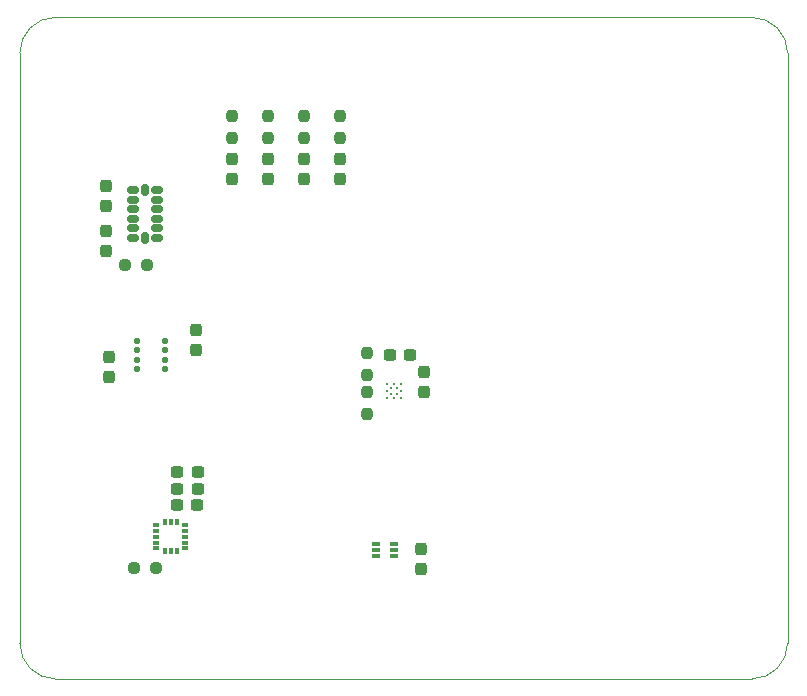
<source format=gbr>
G04 #@! TF.GenerationSoftware,KiCad,Pcbnew,7.0.8*
G04 #@! TF.CreationDate,2024-01-24T18:36:25+01:00*
G04 #@! TF.ProjectId,EDU_V3_0_Raspi_Hat,4544555f-5633-45f3-905f-52617370695f,rev?*
G04 #@! TF.SameCoordinates,Original*
G04 #@! TF.FileFunction,Paste,Top*
G04 #@! TF.FilePolarity,Positive*
%FSLAX46Y46*%
G04 Gerber Fmt 4.6, Leading zero omitted, Abs format (unit mm)*
G04 Created by KiCad (PCBNEW 7.0.8) date 2024-01-24 18:36:25*
%MOMM*%
%LPD*%
G01*
G04 APERTURE LIST*
G04 Aperture macros list*
%AMRoundRect*
0 Rectangle with rounded corners*
0 $1 Rounding radius*
0 $2 $3 $4 $5 $6 $7 $8 $9 X,Y pos of 4 corners*
0 Add a 4 corners polygon primitive as box body*
4,1,4,$2,$3,$4,$5,$6,$7,$8,$9,$2,$3,0*
0 Add four circle primitives for the rounded corners*
1,1,$1+$1,$2,$3*
1,1,$1+$1,$4,$5*
1,1,$1+$1,$6,$7*
1,1,$1+$1,$8,$9*
0 Add four rect primitives between the rounded corners*
20,1,$1+$1,$2,$3,$4,$5,0*
20,1,$1+$1,$4,$5,$6,$7,0*
20,1,$1+$1,$6,$7,$8,$9,0*
20,1,$1+$1,$8,$9,$2,$3,0*%
G04 Aperture macros list end*
%ADD10RoundRect,0.087500X-0.187500X-0.087500X0.187500X-0.087500X0.187500X0.087500X-0.187500X0.087500X0*%
%ADD11RoundRect,0.087500X-0.087500X-0.187500X0.087500X-0.187500X0.087500X0.187500X-0.087500X0.187500X0*%
%ADD12RoundRect,0.237500X-0.237500X0.250000X-0.237500X-0.250000X0.237500X-0.250000X0.237500X0.250000X0*%
%ADD13RoundRect,0.237500X-0.300000X-0.237500X0.300000X-0.237500X0.300000X0.237500X-0.300000X0.237500X0*%
%ADD14RoundRect,0.237500X0.237500X-0.287500X0.237500X0.287500X-0.237500X0.287500X-0.237500X-0.287500X0*%
%ADD15RoundRect,0.125000X-0.137500X0.125000X-0.137500X-0.125000X0.137500X-0.125000X0.137500X0.125000X0*%
%ADD16RoundRect,0.237500X0.237500X-0.300000X0.237500X0.300000X-0.237500X0.300000X-0.237500X-0.300000X0*%
%ADD17RoundRect,0.150000X-0.150000X-0.325000X0.150000X-0.325000X0.150000X0.325000X-0.150000X0.325000X0*%
%ADD18RoundRect,0.150000X-0.325000X-0.150000X0.325000X-0.150000X0.325000X0.150000X-0.325000X0.150000X0*%
%ADD19RoundRect,0.237500X-0.237500X0.300000X-0.237500X-0.300000X0.237500X-0.300000X0.237500X0.300000X0*%
%ADD20RoundRect,0.237500X-0.250000X-0.237500X0.250000X-0.237500X0.250000X0.237500X-0.250000X0.237500X0*%
%ADD21RoundRect,0.237500X0.237500X-0.250000X0.237500X0.250000X-0.237500X0.250000X-0.237500X-0.250000X0*%
%ADD22R,0.700000X0.340000*%
%ADD23C,0.200000*%
%ADD24RoundRect,0.237500X0.300000X0.237500X-0.300000X0.237500X-0.300000X-0.237500X0.300000X-0.237500X0*%
G04 #@! TA.AperFunction,Profile*
%ADD25C,0.100000*%
G04 #@! TD*
G04 APERTURE END LIST*
D10*
X90088000Y-103775000D03*
X90088000Y-104275000D03*
X90088000Y-104775000D03*
X90088000Y-105275000D03*
X90088000Y-105775000D03*
D11*
X90813000Y-106000000D03*
X91313000Y-106000000D03*
X91813000Y-106000000D03*
D10*
X92538000Y-105775000D03*
X92538000Y-105275000D03*
X92538000Y-104775000D03*
X92538000Y-104275000D03*
X92538000Y-103775000D03*
D11*
X91813000Y-103550000D03*
X91313000Y-103550000D03*
X90813000Y-103550000D03*
D12*
X107950000Y-92559500D03*
X107950000Y-94384500D03*
D13*
X93599000Y-100711000D03*
X91874000Y-100711000D03*
D12*
X96520000Y-71016500D03*
X96520000Y-69191500D03*
D14*
X102616000Y-72785000D03*
X102616000Y-74535000D03*
D15*
X90849500Y-88208000D03*
X90849500Y-89008000D03*
X90849500Y-89808000D03*
X90849500Y-90608000D03*
X88474500Y-90608000D03*
X88474500Y-89808000D03*
X88474500Y-89008000D03*
X88474500Y-88208000D03*
D16*
X85852000Y-78893500D03*
X85852000Y-80618500D03*
D14*
X105664000Y-72785000D03*
X105664000Y-74535000D03*
D12*
X102616000Y-71016500D03*
X102616000Y-69191500D03*
X99568000Y-71016500D03*
X99568000Y-69191500D03*
D17*
X89154000Y-75470000D03*
D18*
X90154000Y-75470000D03*
X90154000Y-76270000D03*
X90154000Y-77070000D03*
X90154000Y-77870000D03*
X90154000Y-78670000D03*
X90154000Y-79470000D03*
D17*
X89154000Y-79470000D03*
D18*
X88154000Y-79470000D03*
X88154000Y-78670000D03*
X88154000Y-77870000D03*
X88154000Y-77070000D03*
X88154000Y-76270000D03*
X88154000Y-75470000D03*
D19*
X85852000Y-76808500D03*
X85852000Y-75083500D03*
D20*
X89304500Y-81788000D03*
X87479500Y-81788000D03*
D21*
X107950000Y-91082500D03*
X107950000Y-89257500D03*
D22*
X110224000Y-105418000D03*
X110224000Y-105918000D03*
X110224000Y-106418000D03*
X108724000Y-106418000D03*
X108724000Y-105918000D03*
X108724000Y-105418000D03*
D16*
X86106000Y-89561500D03*
X86106000Y-91286500D03*
D23*
X110802000Y-91890000D03*
X110802000Y-92456000D03*
X110802000Y-93022000D03*
X110519000Y-92173000D03*
X110519000Y-92739000D03*
X110236000Y-91890000D03*
X110236000Y-93022000D03*
X109953000Y-92173000D03*
X109953000Y-92739000D03*
X109670000Y-91890000D03*
X109670000Y-92456000D03*
X109670000Y-93022000D03*
D13*
X93599000Y-99314000D03*
X91874000Y-99314000D03*
D14*
X96520000Y-72785000D03*
X96520000Y-74535000D03*
D12*
X105664000Y-71016500D03*
X105664000Y-69191500D03*
D13*
X111606500Y-89408000D03*
X109881500Y-89408000D03*
D14*
X99568000Y-72785000D03*
X99568000Y-74535000D03*
D19*
X112522000Y-107542500D03*
X112522000Y-105817500D03*
D20*
X90066500Y-107442000D03*
X88241500Y-107442000D03*
D19*
X112776000Y-92556500D03*
X112776000Y-90831500D03*
D24*
X91847500Y-102108000D03*
X93572500Y-102108000D03*
D19*
X93472000Y-89000500D03*
X93472000Y-87275500D03*
D25*
X143546356Y-113817611D02*
X143546356Y-63817611D01*
X78546356Y-63817611D02*
X78546356Y-113817611D01*
X140546356Y-116817555D02*
G75*
G03*
X143546350Y-113822847I44J2999955D01*
G01*
X140546356Y-60817611D02*
X81546356Y-60817611D01*
X81546356Y-116817611D02*
X140546356Y-116817611D01*
X143546389Y-63817611D02*
G75*
G03*
X140546356Y-60817611I-2999989J11D01*
G01*
X81546356Y-60817556D02*
G75*
G03*
X78546356Y-63817611I44J-3000044D01*
G01*
X78546389Y-113817611D02*
G75*
G03*
X81546356Y-116817611I3000011J11D01*
G01*
M02*

</source>
